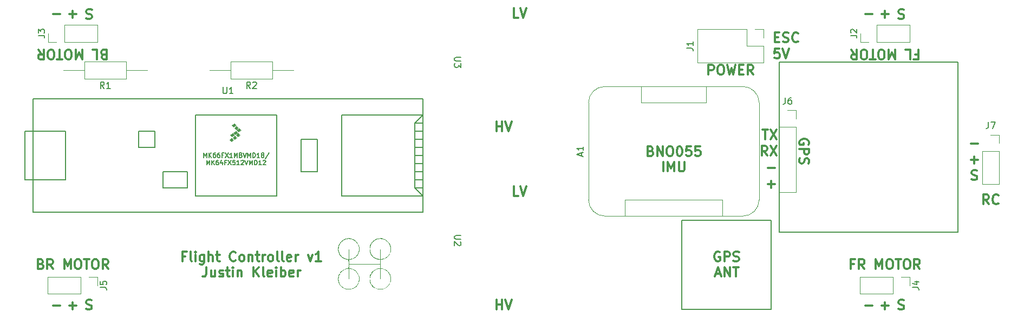
<source format=gbr>
%TF.GenerationSoftware,KiCad,Pcbnew,6.0.6-3a73a75311~116~ubuntu20.04.1*%
%TF.CreationDate,2022-07-09T15:41:22-04:00*%
%TF.ProjectId,flight_controller,666c6967-6874-45f6-936f-6e74726f6c6c,rev?*%
%TF.SameCoordinates,Original*%
%TF.FileFunction,Legend,Top*%
%TF.FilePolarity,Positive*%
%FSLAX46Y46*%
G04 Gerber Fmt 4.6, Leading zero omitted, Abs format (unit mm)*
G04 Created by KiCad (PCBNEW 6.0.6-3a73a75311~116~ubuntu20.04.1) date 2022-07-09 15:41:22*
%MOMM*%
%LPD*%
G01*
G04 APERTURE LIST*
%ADD10C,0.300000*%
%ADD11C,0.150000*%
%ADD12C,0.120000*%
%ADD13C,0.100000*%
G04 APERTURE END LIST*
D10*
X207843571Y-122502500D02*
X207700714Y-122431071D01*
X207486428Y-122431071D01*
X207272142Y-122502500D01*
X207129285Y-122645357D01*
X207057857Y-122788214D01*
X206986428Y-123073928D01*
X206986428Y-123288214D01*
X207057857Y-123573928D01*
X207129285Y-123716785D01*
X207272142Y-123859642D01*
X207486428Y-123931071D01*
X207629285Y-123931071D01*
X207843571Y-123859642D01*
X207915000Y-123788214D01*
X207915000Y-123288214D01*
X207629285Y-123288214D01*
X208557857Y-123931071D02*
X208557857Y-122431071D01*
X209129285Y-122431071D01*
X209272142Y-122502500D01*
X209343571Y-122573928D01*
X209415000Y-122716785D01*
X209415000Y-122931071D01*
X209343571Y-123073928D01*
X209272142Y-123145357D01*
X209129285Y-123216785D01*
X208557857Y-123216785D01*
X209986428Y-123859642D02*
X210200714Y-123931071D01*
X210557857Y-123931071D01*
X210700714Y-123859642D01*
X210772142Y-123788214D01*
X210843571Y-123645357D01*
X210843571Y-123502500D01*
X210772142Y-123359642D01*
X210700714Y-123288214D01*
X210557857Y-123216785D01*
X210272142Y-123145357D01*
X210129285Y-123073928D01*
X210057857Y-123002500D01*
X209986428Y-122859642D01*
X209986428Y-122716785D01*
X210057857Y-122573928D01*
X210129285Y-122502500D01*
X210272142Y-122431071D01*
X210629285Y-122431071D01*
X210843571Y-122502500D01*
X207200714Y-125917500D02*
X207915000Y-125917500D01*
X207057857Y-126346071D02*
X207557857Y-124846071D01*
X208057857Y-126346071D01*
X208557857Y-126346071D02*
X208557857Y-124846071D01*
X209415000Y-126346071D01*
X209415000Y-124846071D01*
X209915000Y-124846071D02*
X210772142Y-124846071D01*
X210343571Y-126346071D02*
X210343571Y-124846071D01*
D11*
X201930000Y-117475000D02*
X215900000Y-117475000D01*
X215900000Y-117475000D02*
X215900000Y-131445000D01*
X215900000Y-131445000D02*
X201930000Y-131445000D01*
X201930000Y-131445000D02*
X201930000Y-117475000D01*
X217170000Y-92710000D02*
X245110000Y-92710000D01*
X245110000Y-92710000D02*
X245110000Y-119380000D01*
X245110000Y-119380000D02*
X217170000Y-119380000D01*
X217170000Y-119380000D02*
X217170000Y-92710000D01*
D10*
X197052857Y-106635357D02*
X197267142Y-106706785D01*
X197338571Y-106778214D01*
X197410000Y-106921071D01*
X197410000Y-107135357D01*
X197338571Y-107278214D01*
X197267142Y-107349642D01*
X197124285Y-107421071D01*
X196552857Y-107421071D01*
X196552857Y-105921071D01*
X197052857Y-105921071D01*
X197195714Y-105992500D01*
X197267142Y-106063928D01*
X197338571Y-106206785D01*
X197338571Y-106349642D01*
X197267142Y-106492500D01*
X197195714Y-106563928D01*
X197052857Y-106635357D01*
X196552857Y-106635357D01*
X198052857Y-107421071D02*
X198052857Y-105921071D01*
X198910000Y-107421071D01*
X198910000Y-105921071D01*
X199910000Y-105921071D02*
X200195714Y-105921071D01*
X200338571Y-105992500D01*
X200481428Y-106135357D01*
X200552857Y-106421071D01*
X200552857Y-106921071D01*
X200481428Y-107206785D01*
X200338571Y-107349642D01*
X200195714Y-107421071D01*
X199910000Y-107421071D01*
X199767142Y-107349642D01*
X199624285Y-107206785D01*
X199552857Y-106921071D01*
X199552857Y-106421071D01*
X199624285Y-106135357D01*
X199767142Y-105992500D01*
X199910000Y-105921071D01*
X201481428Y-105921071D02*
X201624285Y-105921071D01*
X201767142Y-105992500D01*
X201838571Y-106063928D01*
X201910000Y-106206785D01*
X201981428Y-106492500D01*
X201981428Y-106849642D01*
X201910000Y-107135357D01*
X201838571Y-107278214D01*
X201767142Y-107349642D01*
X201624285Y-107421071D01*
X201481428Y-107421071D01*
X201338571Y-107349642D01*
X201267142Y-107278214D01*
X201195714Y-107135357D01*
X201124285Y-106849642D01*
X201124285Y-106492500D01*
X201195714Y-106206785D01*
X201267142Y-106063928D01*
X201338571Y-105992500D01*
X201481428Y-105921071D01*
X203338571Y-105921071D02*
X202624285Y-105921071D01*
X202552857Y-106635357D01*
X202624285Y-106563928D01*
X202767142Y-106492500D01*
X203124285Y-106492500D01*
X203267142Y-106563928D01*
X203338571Y-106635357D01*
X203410000Y-106778214D01*
X203410000Y-107135357D01*
X203338571Y-107278214D01*
X203267142Y-107349642D01*
X203124285Y-107421071D01*
X202767142Y-107421071D01*
X202624285Y-107349642D01*
X202552857Y-107278214D01*
X204767142Y-105921071D02*
X204052857Y-105921071D01*
X203981428Y-106635357D01*
X204052857Y-106563928D01*
X204195714Y-106492500D01*
X204552857Y-106492500D01*
X204695714Y-106563928D01*
X204767142Y-106635357D01*
X204838571Y-106778214D01*
X204838571Y-107135357D01*
X204767142Y-107278214D01*
X204695714Y-107349642D01*
X204552857Y-107421071D01*
X204195714Y-107421071D01*
X204052857Y-107349642D01*
X203981428Y-107278214D01*
X199017142Y-109836071D02*
X199017142Y-108336071D01*
X199731428Y-109836071D02*
X199731428Y-108336071D01*
X200231428Y-109407500D01*
X200731428Y-108336071D01*
X200731428Y-109836071D01*
X201445714Y-108336071D02*
X201445714Y-109550357D01*
X201517142Y-109693214D01*
X201588571Y-109764642D01*
X201731428Y-109836071D01*
X202017142Y-109836071D01*
X202160000Y-109764642D01*
X202231428Y-109693214D01*
X202302857Y-109550357D01*
X202302857Y-108336071D01*
X249904285Y-114978571D02*
X249404285Y-114264285D01*
X249047142Y-114978571D02*
X249047142Y-113478571D01*
X249618571Y-113478571D01*
X249761428Y-113550000D01*
X249832857Y-113621428D01*
X249904285Y-113764285D01*
X249904285Y-113978571D01*
X249832857Y-114121428D01*
X249761428Y-114192857D01*
X249618571Y-114264285D01*
X249047142Y-114264285D01*
X251404285Y-114835714D02*
X251332857Y-114907142D01*
X251118571Y-114978571D01*
X250975714Y-114978571D01*
X250761428Y-114907142D01*
X250618571Y-114764285D01*
X250547142Y-114621428D01*
X250475714Y-114335714D01*
X250475714Y-114121428D01*
X250547142Y-113835714D01*
X250618571Y-113692857D01*
X250761428Y-113550000D01*
X250975714Y-113478571D01*
X251118571Y-113478571D01*
X251332857Y-113550000D01*
X251404285Y-113621428D01*
X221730000Y-105608571D02*
X221801428Y-105465714D01*
X221801428Y-105251428D01*
X221730000Y-105037142D01*
X221587142Y-104894285D01*
X221444285Y-104822857D01*
X221158571Y-104751428D01*
X220944285Y-104751428D01*
X220658571Y-104822857D01*
X220515714Y-104894285D01*
X220372857Y-105037142D01*
X220301428Y-105251428D01*
X220301428Y-105394285D01*
X220372857Y-105608571D01*
X220444285Y-105680000D01*
X220944285Y-105680000D01*
X220944285Y-105394285D01*
X220301428Y-106322857D02*
X221801428Y-106322857D01*
X221801428Y-106894285D01*
X221730000Y-107037142D01*
X221658571Y-107108571D01*
X221515714Y-107180000D01*
X221301428Y-107180000D01*
X221158571Y-107108571D01*
X221087142Y-107037142D01*
X221015714Y-106894285D01*
X221015714Y-106322857D01*
X220372857Y-107751428D02*
X220301428Y-107965714D01*
X220301428Y-108322857D01*
X220372857Y-108465714D01*
X220444285Y-108537142D01*
X220587142Y-108608571D01*
X220730000Y-108608571D01*
X220872857Y-108537142D01*
X220944285Y-108465714D01*
X221015714Y-108322857D01*
X221087142Y-108037142D01*
X221158571Y-107894285D01*
X221230000Y-107822857D01*
X221372857Y-107751428D01*
X221515714Y-107751428D01*
X221658571Y-107822857D01*
X221730000Y-107894285D01*
X221801428Y-108037142D01*
X221801428Y-108394285D01*
X221730000Y-108608571D01*
X124298571Y-123145357D02*
X123798571Y-123145357D01*
X123798571Y-123931071D02*
X123798571Y-122431071D01*
X124512857Y-122431071D01*
X125298571Y-123931071D02*
X125155714Y-123859642D01*
X125084285Y-123716785D01*
X125084285Y-122431071D01*
X125870000Y-123931071D02*
X125870000Y-122931071D01*
X125870000Y-122431071D02*
X125798571Y-122502500D01*
X125870000Y-122573928D01*
X125941428Y-122502500D01*
X125870000Y-122431071D01*
X125870000Y-122573928D01*
X127227142Y-122931071D02*
X127227142Y-124145357D01*
X127155714Y-124288214D01*
X127084285Y-124359642D01*
X126941428Y-124431071D01*
X126727142Y-124431071D01*
X126584285Y-124359642D01*
X127227142Y-123859642D02*
X127084285Y-123931071D01*
X126798571Y-123931071D01*
X126655714Y-123859642D01*
X126584285Y-123788214D01*
X126512857Y-123645357D01*
X126512857Y-123216785D01*
X126584285Y-123073928D01*
X126655714Y-123002500D01*
X126798571Y-122931071D01*
X127084285Y-122931071D01*
X127227142Y-123002500D01*
X127941428Y-123931071D02*
X127941428Y-122431071D01*
X128584285Y-123931071D02*
X128584285Y-123145357D01*
X128512857Y-123002500D01*
X128370000Y-122931071D01*
X128155714Y-122931071D01*
X128012857Y-123002500D01*
X127941428Y-123073928D01*
X129084285Y-122931071D02*
X129655714Y-122931071D01*
X129298571Y-122431071D02*
X129298571Y-123716785D01*
X129370000Y-123859642D01*
X129512857Y-123931071D01*
X129655714Y-123931071D01*
X132155714Y-123788214D02*
X132084285Y-123859642D01*
X131870000Y-123931071D01*
X131727142Y-123931071D01*
X131512857Y-123859642D01*
X131370000Y-123716785D01*
X131298571Y-123573928D01*
X131227142Y-123288214D01*
X131227142Y-123073928D01*
X131298571Y-122788214D01*
X131370000Y-122645357D01*
X131512857Y-122502500D01*
X131727142Y-122431071D01*
X131870000Y-122431071D01*
X132084285Y-122502500D01*
X132155714Y-122573928D01*
X133012857Y-123931071D02*
X132870000Y-123859642D01*
X132798571Y-123788214D01*
X132727142Y-123645357D01*
X132727142Y-123216785D01*
X132798571Y-123073928D01*
X132870000Y-123002500D01*
X133012857Y-122931071D01*
X133227142Y-122931071D01*
X133370000Y-123002500D01*
X133441428Y-123073928D01*
X133512857Y-123216785D01*
X133512857Y-123645357D01*
X133441428Y-123788214D01*
X133370000Y-123859642D01*
X133227142Y-123931071D01*
X133012857Y-123931071D01*
X134155714Y-122931071D02*
X134155714Y-123931071D01*
X134155714Y-123073928D02*
X134227142Y-123002500D01*
X134370000Y-122931071D01*
X134584285Y-122931071D01*
X134727142Y-123002500D01*
X134798571Y-123145357D01*
X134798571Y-123931071D01*
X135298571Y-122931071D02*
X135870000Y-122931071D01*
X135512857Y-122431071D02*
X135512857Y-123716785D01*
X135584285Y-123859642D01*
X135727142Y-123931071D01*
X135870000Y-123931071D01*
X136370000Y-123931071D02*
X136370000Y-122931071D01*
X136370000Y-123216785D02*
X136441428Y-123073928D01*
X136512857Y-123002500D01*
X136655714Y-122931071D01*
X136798571Y-122931071D01*
X137512857Y-123931071D02*
X137370000Y-123859642D01*
X137298571Y-123788214D01*
X137227142Y-123645357D01*
X137227142Y-123216785D01*
X137298571Y-123073928D01*
X137370000Y-123002500D01*
X137512857Y-122931071D01*
X137727142Y-122931071D01*
X137870000Y-123002500D01*
X137941428Y-123073928D01*
X138012857Y-123216785D01*
X138012857Y-123645357D01*
X137941428Y-123788214D01*
X137870000Y-123859642D01*
X137727142Y-123931071D01*
X137512857Y-123931071D01*
X138870000Y-123931071D02*
X138727142Y-123859642D01*
X138655714Y-123716785D01*
X138655714Y-122431071D01*
X139655714Y-123931071D02*
X139512857Y-123859642D01*
X139441428Y-123716785D01*
X139441428Y-122431071D01*
X140798571Y-123859642D02*
X140655714Y-123931071D01*
X140370000Y-123931071D01*
X140227142Y-123859642D01*
X140155714Y-123716785D01*
X140155714Y-123145357D01*
X140227142Y-123002500D01*
X140370000Y-122931071D01*
X140655714Y-122931071D01*
X140798571Y-123002500D01*
X140870000Y-123145357D01*
X140870000Y-123288214D01*
X140155714Y-123431071D01*
X141512857Y-123931071D02*
X141512857Y-122931071D01*
X141512857Y-123216785D02*
X141584285Y-123073928D01*
X141655714Y-123002500D01*
X141798571Y-122931071D01*
X141941428Y-122931071D01*
X143441428Y-122931071D02*
X143798571Y-123931071D01*
X144155714Y-122931071D01*
X145512857Y-123931071D02*
X144655714Y-123931071D01*
X145084285Y-123931071D02*
X145084285Y-122431071D01*
X144941428Y-122645357D01*
X144798571Y-122788214D01*
X144655714Y-122859642D01*
X127584285Y-124846071D02*
X127584285Y-125917500D01*
X127512857Y-126131785D01*
X127370000Y-126274642D01*
X127155714Y-126346071D01*
X127012857Y-126346071D01*
X128941428Y-125346071D02*
X128941428Y-126346071D01*
X128298571Y-125346071D02*
X128298571Y-126131785D01*
X128370000Y-126274642D01*
X128512857Y-126346071D01*
X128727142Y-126346071D01*
X128870000Y-126274642D01*
X128941428Y-126203214D01*
X129584285Y-126274642D02*
X129727142Y-126346071D01*
X130012857Y-126346071D01*
X130155714Y-126274642D01*
X130227142Y-126131785D01*
X130227142Y-126060357D01*
X130155714Y-125917500D01*
X130012857Y-125846071D01*
X129798571Y-125846071D01*
X129655714Y-125774642D01*
X129584285Y-125631785D01*
X129584285Y-125560357D01*
X129655714Y-125417500D01*
X129798571Y-125346071D01*
X130012857Y-125346071D01*
X130155714Y-125417500D01*
X130655714Y-125346071D02*
X131227142Y-125346071D01*
X130870000Y-124846071D02*
X130870000Y-126131785D01*
X130941428Y-126274642D01*
X131084285Y-126346071D01*
X131227142Y-126346071D01*
X131727142Y-126346071D02*
X131727142Y-125346071D01*
X131727142Y-124846071D02*
X131655714Y-124917500D01*
X131727142Y-124988928D01*
X131798571Y-124917500D01*
X131727142Y-124846071D01*
X131727142Y-124988928D01*
X132441428Y-125346071D02*
X132441428Y-126346071D01*
X132441428Y-125488928D02*
X132512857Y-125417500D01*
X132655714Y-125346071D01*
X132870000Y-125346071D01*
X133012857Y-125417500D01*
X133084285Y-125560357D01*
X133084285Y-126346071D01*
X134941428Y-126346071D02*
X134941428Y-124846071D01*
X135798571Y-126346071D02*
X135155714Y-125488928D01*
X135798571Y-124846071D02*
X134941428Y-125703214D01*
X136655714Y-126346071D02*
X136512857Y-126274642D01*
X136441428Y-126131785D01*
X136441428Y-124846071D01*
X137798571Y-126274642D02*
X137655714Y-126346071D01*
X137370000Y-126346071D01*
X137227142Y-126274642D01*
X137155714Y-126131785D01*
X137155714Y-125560357D01*
X137227142Y-125417500D01*
X137370000Y-125346071D01*
X137655714Y-125346071D01*
X137798571Y-125417500D01*
X137870000Y-125560357D01*
X137870000Y-125703214D01*
X137155714Y-125846071D01*
X138512857Y-126346071D02*
X138512857Y-125346071D01*
X138512857Y-124846071D02*
X138441428Y-124917500D01*
X138512857Y-124988928D01*
X138584285Y-124917500D01*
X138512857Y-124846071D01*
X138512857Y-124988928D01*
X139227142Y-126346071D02*
X139227142Y-124846071D01*
X139227142Y-125417500D02*
X139370000Y-125346071D01*
X139655714Y-125346071D01*
X139798571Y-125417500D01*
X139870000Y-125488928D01*
X139941428Y-125631785D01*
X139941428Y-126060357D01*
X139870000Y-126203214D01*
X139798571Y-126274642D01*
X139655714Y-126346071D01*
X139370000Y-126346071D01*
X139227142Y-126274642D01*
X141155714Y-126274642D02*
X141012857Y-126346071D01*
X140727142Y-126346071D01*
X140584285Y-126274642D01*
X140512857Y-126131785D01*
X140512857Y-125560357D01*
X140584285Y-125417500D01*
X140727142Y-125346071D01*
X141012857Y-125346071D01*
X141155714Y-125417500D01*
X141227142Y-125560357D01*
X141227142Y-125703214D01*
X140512857Y-125846071D01*
X141870000Y-126346071D02*
X141870000Y-125346071D01*
X141870000Y-125631785D02*
X141941428Y-125488928D01*
X142012857Y-125417500D01*
X142155714Y-125346071D01*
X142298571Y-125346071D01*
X176351428Y-85768571D02*
X175637142Y-85768571D01*
X175637142Y-84268571D01*
X176637142Y-84268571D02*
X177137142Y-85768571D01*
X177637142Y-84268571D01*
X172918571Y-103548571D02*
X172918571Y-102048571D01*
X172918571Y-102762857D02*
X173775714Y-102762857D01*
X173775714Y-103548571D02*
X173775714Y-102048571D01*
X174275714Y-102048571D02*
X174775714Y-103548571D01*
X175275714Y-102048571D01*
X176351428Y-113708571D02*
X175637142Y-113708571D01*
X175637142Y-112208571D01*
X176637142Y-112208571D02*
X177137142Y-113708571D01*
X177637142Y-112208571D01*
X172918571Y-131488571D02*
X172918571Y-129988571D01*
X172918571Y-130702857D02*
X173775714Y-130702857D01*
X173775714Y-131488571D02*
X173775714Y-129988571D01*
X174275714Y-129988571D02*
X174775714Y-131488571D01*
X175275714Y-129988571D01*
X216452142Y-88792857D02*
X216952142Y-88792857D01*
X217166428Y-89578571D02*
X216452142Y-89578571D01*
X216452142Y-88078571D01*
X217166428Y-88078571D01*
X217737857Y-89507142D02*
X217952142Y-89578571D01*
X218309285Y-89578571D01*
X218452142Y-89507142D01*
X218523571Y-89435714D01*
X218595000Y-89292857D01*
X218595000Y-89150000D01*
X218523571Y-89007142D01*
X218452142Y-88935714D01*
X218309285Y-88864285D01*
X218023571Y-88792857D01*
X217880714Y-88721428D01*
X217809285Y-88650000D01*
X217737857Y-88507142D01*
X217737857Y-88364285D01*
X217809285Y-88221428D01*
X217880714Y-88150000D01*
X218023571Y-88078571D01*
X218380714Y-88078571D01*
X218595000Y-88150000D01*
X220095000Y-89435714D02*
X220023571Y-89507142D01*
X219809285Y-89578571D01*
X219666428Y-89578571D01*
X219452142Y-89507142D01*
X219309285Y-89364285D01*
X219237857Y-89221428D01*
X219166428Y-88935714D01*
X219166428Y-88721428D01*
X219237857Y-88435714D01*
X219309285Y-88292857D01*
X219452142Y-88150000D01*
X219666428Y-88078571D01*
X219809285Y-88078571D01*
X220023571Y-88150000D01*
X220095000Y-88221428D01*
X217166428Y-90618571D02*
X216452142Y-90618571D01*
X216380714Y-91332857D01*
X216452142Y-91261428D01*
X216595000Y-91190000D01*
X216952142Y-91190000D01*
X217095000Y-91261428D01*
X217166428Y-91332857D01*
X217237857Y-91475714D01*
X217237857Y-91832857D01*
X217166428Y-91975714D01*
X217095000Y-92047142D01*
X216952142Y-92118571D01*
X216595000Y-92118571D01*
X216452142Y-92047142D01*
X216380714Y-91975714D01*
X217666428Y-90618571D02*
X218166428Y-92118571D01*
X218666428Y-90618571D01*
X206085714Y-94658571D02*
X206085714Y-93158571D01*
X206657142Y-93158571D01*
X206800000Y-93230000D01*
X206871428Y-93301428D01*
X206942857Y-93444285D01*
X206942857Y-93658571D01*
X206871428Y-93801428D01*
X206800000Y-93872857D01*
X206657142Y-93944285D01*
X206085714Y-93944285D01*
X207871428Y-93158571D02*
X208157142Y-93158571D01*
X208300000Y-93230000D01*
X208442857Y-93372857D01*
X208514285Y-93658571D01*
X208514285Y-94158571D01*
X208442857Y-94444285D01*
X208300000Y-94587142D01*
X208157142Y-94658571D01*
X207871428Y-94658571D01*
X207728571Y-94587142D01*
X207585714Y-94444285D01*
X207514285Y-94158571D01*
X207514285Y-93658571D01*
X207585714Y-93372857D01*
X207728571Y-93230000D01*
X207871428Y-93158571D01*
X209014285Y-93158571D02*
X209371428Y-94658571D01*
X209657142Y-93587142D01*
X209942857Y-94658571D01*
X210300000Y-93158571D01*
X210871428Y-93872857D02*
X211371428Y-93872857D01*
X211585714Y-94658571D02*
X210871428Y-94658571D01*
X210871428Y-93158571D01*
X211585714Y-93158571D01*
X213085714Y-94658571D02*
X212585714Y-93944285D01*
X212228571Y-94658571D02*
X212228571Y-93158571D01*
X212800000Y-93158571D01*
X212942857Y-93230000D01*
X213014285Y-93301428D01*
X213085714Y-93444285D01*
X213085714Y-93658571D01*
X213014285Y-93801428D01*
X212942857Y-93872857D01*
X212800000Y-93944285D01*
X212228571Y-93944285D01*
X111501428Y-91547142D02*
X111287142Y-91475714D01*
X111215714Y-91404285D01*
X111144285Y-91261428D01*
X111144285Y-91047142D01*
X111215714Y-90904285D01*
X111287142Y-90832857D01*
X111430000Y-90761428D01*
X112001428Y-90761428D01*
X112001428Y-92261428D01*
X111501428Y-92261428D01*
X111358571Y-92190000D01*
X111287142Y-92118571D01*
X111215714Y-91975714D01*
X111215714Y-91832857D01*
X111287142Y-91690000D01*
X111358571Y-91618571D01*
X111501428Y-91547142D01*
X112001428Y-91547142D01*
X109787142Y-90761428D02*
X110501428Y-90761428D01*
X110501428Y-92261428D01*
X108144285Y-90761428D02*
X108144285Y-92261428D01*
X107644285Y-91190000D01*
X107144285Y-92261428D01*
X107144285Y-90761428D01*
X106144285Y-92261428D02*
X105858571Y-92261428D01*
X105715714Y-92190000D01*
X105572857Y-92047142D01*
X105501428Y-91761428D01*
X105501428Y-91261428D01*
X105572857Y-90975714D01*
X105715714Y-90832857D01*
X105858571Y-90761428D01*
X106144285Y-90761428D01*
X106287142Y-90832857D01*
X106430000Y-90975714D01*
X106501428Y-91261428D01*
X106501428Y-91761428D01*
X106430000Y-92047142D01*
X106287142Y-92190000D01*
X106144285Y-92261428D01*
X105072857Y-92261428D02*
X104215714Y-92261428D01*
X104644285Y-90761428D02*
X104644285Y-92261428D01*
X103430000Y-92261428D02*
X103144285Y-92261428D01*
X103001428Y-92190000D01*
X102858571Y-92047142D01*
X102787142Y-91761428D01*
X102787142Y-91261428D01*
X102858571Y-90975714D01*
X103001428Y-90832857D01*
X103144285Y-90761428D01*
X103430000Y-90761428D01*
X103572857Y-90832857D01*
X103715714Y-90975714D01*
X103787142Y-91261428D01*
X103787142Y-91761428D01*
X103715714Y-92047142D01*
X103572857Y-92190000D01*
X103430000Y-92261428D01*
X101287142Y-90761428D02*
X101787142Y-91475714D01*
X102144285Y-90761428D02*
X102144285Y-92261428D01*
X101572857Y-92261428D01*
X101430000Y-92190000D01*
X101358571Y-92118571D01*
X101287142Y-91975714D01*
X101287142Y-91761428D01*
X101358571Y-91618571D01*
X101430000Y-91547142D01*
X101572857Y-91475714D01*
X102144285Y-91475714D01*
X101715714Y-124352857D02*
X101930000Y-124424285D01*
X102001428Y-124495714D01*
X102072857Y-124638571D01*
X102072857Y-124852857D01*
X102001428Y-124995714D01*
X101930000Y-125067142D01*
X101787142Y-125138571D01*
X101215714Y-125138571D01*
X101215714Y-123638571D01*
X101715714Y-123638571D01*
X101858571Y-123710000D01*
X101930000Y-123781428D01*
X102001428Y-123924285D01*
X102001428Y-124067142D01*
X101930000Y-124210000D01*
X101858571Y-124281428D01*
X101715714Y-124352857D01*
X101215714Y-124352857D01*
X103572857Y-125138571D02*
X103072857Y-124424285D01*
X102715714Y-125138571D02*
X102715714Y-123638571D01*
X103287142Y-123638571D01*
X103430000Y-123710000D01*
X103501428Y-123781428D01*
X103572857Y-123924285D01*
X103572857Y-124138571D01*
X103501428Y-124281428D01*
X103430000Y-124352857D01*
X103287142Y-124424285D01*
X102715714Y-124424285D01*
X105358571Y-125138571D02*
X105358571Y-123638571D01*
X105858571Y-124710000D01*
X106358571Y-123638571D01*
X106358571Y-125138571D01*
X107358571Y-123638571D02*
X107644285Y-123638571D01*
X107787142Y-123710000D01*
X107930000Y-123852857D01*
X108001428Y-124138571D01*
X108001428Y-124638571D01*
X107930000Y-124924285D01*
X107787142Y-125067142D01*
X107644285Y-125138571D01*
X107358571Y-125138571D01*
X107215714Y-125067142D01*
X107072857Y-124924285D01*
X107001428Y-124638571D01*
X107001428Y-124138571D01*
X107072857Y-123852857D01*
X107215714Y-123710000D01*
X107358571Y-123638571D01*
X108430000Y-123638571D02*
X109287142Y-123638571D01*
X108858571Y-125138571D02*
X108858571Y-123638571D01*
X110072857Y-123638571D02*
X110358571Y-123638571D01*
X110501428Y-123710000D01*
X110644285Y-123852857D01*
X110715714Y-124138571D01*
X110715714Y-124638571D01*
X110644285Y-124924285D01*
X110501428Y-125067142D01*
X110358571Y-125138571D01*
X110072857Y-125138571D01*
X109930000Y-125067142D01*
X109787142Y-124924285D01*
X109715714Y-124638571D01*
X109715714Y-124138571D01*
X109787142Y-123852857D01*
X109930000Y-123710000D01*
X110072857Y-123638571D01*
X112215714Y-125138571D02*
X111715714Y-124424285D01*
X111358571Y-125138571D02*
X111358571Y-123638571D01*
X111930000Y-123638571D01*
X112072857Y-123710000D01*
X112144285Y-123781428D01*
X112215714Y-123924285D01*
X112215714Y-124138571D01*
X112144285Y-124281428D01*
X112072857Y-124352857D01*
X111930000Y-124424285D01*
X111358571Y-124424285D01*
X228822857Y-124352857D02*
X228322857Y-124352857D01*
X228322857Y-125138571D02*
X228322857Y-123638571D01*
X229037142Y-123638571D01*
X230465714Y-125138571D02*
X229965714Y-124424285D01*
X229608571Y-125138571D02*
X229608571Y-123638571D01*
X230180000Y-123638571D01*
X230322857Y-123710000D01*
X230394285Y-123781428D01*
X230465714Y-123924285D01*
X230465714Y-124138571D01*
X230394285Y-124281428D01*
X230322857Y-124352857D01*
X230180000Y-124424285D01*
X229608571Y-124424285D01*
X232251428Y-125138571D02*
X232251428Y-123638571D01*
X232751428Y-124710000D01*
X233251428Y-123638571D01*
X233251428Y-125138571D01*
X234251428Y-123638571D02*
X234537142Y-123638571D01*
X234680000Y-123710000D01*
X234822857Y-123852857D01*
X234894285Y-124138571D01*
X234894285Y-124638571D01*
X234822857Y-124924285D01*
X234680000Y-125067142D01*
X234537142Y-125138571D01*
X234251428Y-125138571D01*
X234108571Y-125067142D01*
X233965714Y-124924285D01*
X233894285Y-124638571D01*
X233894285Y-124138571D01*
X233965714Y-123852857D01*
X234108571Y-123710000D01*
X234251428Y-123638571D01*
X235322857Y-123638571D02*
X236180000Y-123638571D01*
X235751428Y-125138571D02*
X235751428Y-123638571D01*
X236965714Y-123638571D02*
X237251428Y-123638571D01*
X237394285Y-123710000D01*
X237537142Y-123852857D01*
X237608571Y-124138571D01*
X237608571Y-124638571D01*
X237537142Y-124924285D01*
X237394285Y-125067142D01*
X237251428Y-125138571D01*
X236965714Y-125138571D01*
X236822857Y-125067142D01*
X236680000Y-124924285D01*
X236608571Y-124638571D01*
X236608571Y-124138571D01*
X236680000Y-123852857D01*
X236822857Y-123710000D01*
X236965714Y-123638571D01*
X239108571Y-125138571D02*
X238608571Y-124424285D01*
X238251428Y-125138571D02*
X238251428Y-123638571D01*
X238822857Y-123638571D01*
X238965714Y-123710000D01*
X239037142Y-123781428D01*
X239108571Y-123924285D01*
X239108571Y-124138571D01*
X239037142Y-124281428D01*
X238965714Y-124352857D01*
X238822857Y-124424285D01*
X238251428Y-124424285D01*
X238394285Y-91547142D02*
X238894285Y-91547142D01*
X238894285Y-90761428D02*
X238894285Y-92261428D01*
X238180000Y-92261428D01*
X236894285Y-90761428D02*
X237608571Y-90761428D01*
X237608571Y-92261428D01*
X235251428Y-90761428D02*
X235251428Y-92261428D01*
X234751428Y-91190000D01*
X234251428Y-92261428D01*
X234251428Y-90761428D01*
X233251428Y-92261428D02*
X232965714Y-92261428D01*
X232822857Y-92190000D01*
X232680000Y-92047142D01*
X232608571Y-91761428D01*
X232608571Y-91261428D01*
X232680000Y-90975714D01*
X232822857Y-90832857D01*
X232965714Y-90761428D01*
X233251428Y-90761428D01*
X233394285Y-90832857D01*
X233537142Y-90975714D01*
X233608571Y-91261428D01*
X233608571Y-91761428D01*
X233537142Y-92047142D01*
X233394285Y-92190000D01*
X233251428Y-92261428D01*
X232180000Y-92261428D02*
X231322857Y-92261428D01*
X231751428Y-90761428D02*
X231751428Y-92261428D01*
X230537142Y-92261428D02*
X230251428Y-92261428D01*
X230108571Y-92190000D01*
X229965714Y-92047142D01*
X229894285Y-91761428D01*
X229894285Y-91261428D01*
X229965714Y-90975714D01*
X230108571Y-90832857D01*
X230251428Y-90761428D01*
X230537142Y-90761428D01*
X230680000Y-90832857D01*
X230822857Y-90975714D01*
X230894285Y-91261428D01*
X230894285Y-91761428D01*
X230822857Y-92047142D01*
X230680000Y-92190000D01*
X230537142Y-92261428D01*
X228394285Y-90761428D02*
X228894285Y-91475714D01*
X229251428Y-90761428D02*
X229251428Y-92261428D01*
X228680000Y-92261428D01*
X228537142Y-92190000D01*
X228465714Y-92118571D01*
X228394285Y-91975714D01*
X228394285Y-91761428D01*
X228465714Y-91618571D01*
X228537142Y-91547142D01*
X228680000Y-91475714D01*
X229251428Y-91475714D01*
X247221428Y-111097142D02*
X247435714Y-111168571D01*
X247792857Y-111168571D01*
X247935714Y-111097142D01*
X248007142Y-111025714D01*
X248078571Y-110882857D01*
X248078571Y-110740000D01*
X248007142Y-110597142D01*
X247935714Y-110525714D01*
X247792857Y-110454285D01*
X247507142Y-110382857D01*
X247364285Y-110311428D01*
X247292857Y-110240000D01*
X247221428Y-110097142D01*
X247221428Y-109954285D01*
X247292857Y-109811428D01*
X247364285Y-109740000D01*
X247507142Y-109668571D01*
X247864285Y-109668571D01*
X248078571Y-109740000D01*
X247078571Y-105517142D02*
X248221428Y-105517142D01*
X247078571Y-108057142D02*
X248221428Y-108057142D01*
X247650000Y-108628571D02*
X247650000Y-107485714D01*
X214546428Y-103318571D02*
X215403571Y-103318571D01*
X214975000Y-104818571D02*
X214975000Y-103318571D01*
X215760714Y-103318571D02*
X216760714Y-104818571D01*
X216760714Y-103318571D02*
X215760714Y-104818571D01*
X215260714Y-107358571D02*
X214760714Y-106644285D01*
X214403571Y-107358571D02*
X214403571Y-105858571D01*
X214975000Y-105858571D01*
X215117857Y-105930000D01*
X215189285Y-106001428D01*
X215260714Y-106144285D01*
X215260714Y-106358571D01*
X215189285Y-106501428D01*
X215117857Y-106572857D01*
X214975000Y-106644285D01*
X214403571Y-106644285D01*
X215760714Y-105858571D02*
X216760714Y-107358571D01*
X216760714Y-105858571D02*
X215760714Y-107358571D01*
X215328571Y-109327142D02*
X216471428Y-109327142D01*
X215328571Y-111867142D02*
X216471428Y-111867142D01*
X215900000Y-112438571D02*
X215900000Y-111295714D01*
X233108571Y-85197142D02*
X234251428Y-85197142D01*
X233680000Y-85768571D02*
X233680000Y-84625714D01*
X236648571Y-84482857D02*
X236434285Y-84411428D01*
X236077142Y-84411428D01*
X235934285Y-84482857D01*
X235862857Y-84554285D01*
X235791428Y-84697142D01*
X235791428Y-84840000D01*
X235862857Y-84982857D01*
X235934285Y-85054285D01*
X236077142Y-85125714D01*
X236362857Y-85197142D01*
X236505714Y-85268571D01*
X236577142Y-85340000D01*
X236648571Y-85482857D01*
X236648571Y-85625714D01*
X236577142Y-85768571D01*
X236505714Y-85840000D01*
X236362857Y-85911428D01*
X236005714Y-85911428D01*
X235791428Y-85840000D01*
X230568571Y-85197142D02*
X231711428Y-85197142D01*
X233108571Y-130917142D02*
X234251428Y-130917142D01*
X233680000Y-131488571D02*
X233680000Y-130345714D01*
X235791428Y-131417142D02*
X236005714Y-131488571D01*
X236362857Y-131488571D01*
X236505714Y-131417142D01*
X236577142Y-131345714D01*
X236648571Y-131202857D01*
X236648571Y-131060000D01*
X236577142Y-130917142D01*
X236505714Y-130845714D01*
X236362857Y-130774285D01*
X236077142Y-130702857D01*
X235934285Y-130631428D01*
X235862857Y-130560000D01*
X235791428Y-130417142D01*
X235791428Y-130274285D01*
X235862857Y-130131428D01*
X235934285Y-130060000D01*
X236077142Y-129988571D01*
X236434285Y-129988571D01*
X236648571Y-130060000D01*
X230568571Y-130917142D02*
X231711428Y-130917142D01*
X106123571Y-85197142D02*
X107266428Y-85197142D01*
X106695000Y-85768571D02*
X106695000Y-84625714D01*
X109663571Y-84482857D02*
X109449285Y-84411428D01*
X109092142Y-84411428D01*
X108949285Y-84482857D01*
X108877857Y-84554285D01*
X108806428Y-84697142D01*
X108806428Y-84840000D01*
X108877857Y-84982857D01*
X108949285Y-85054285D01*
X109092142Y-85125714D01*
X109377857Y-85197142D01*
X109520714Y-85268571D01*
X109592142Y-85340000D01*
X109663571Y-85482857D01*
X109663571Y-85625714D01*
X109592142Y-85768571D01*
X109520714Y-85840000D01*
X109377857Y-85911428D01*
X109020714Y-85911428D01*
X108806428Y-85840000D01*
X103583571Y-85197142D02*
X104726428Y-85197142D01*
X103568571Y-130917142D02*
X104711428Y-130917142D01*
X108791428Y-131417142D02*
X109005714Y-131488571D01*
X109362857Y-131488571D01*
X109505714Y-131417142D01*
X109577142Y-131345714D01*
X109648571Y-131202857D01*
X109648571Y-131060000D01*
X109577142Y-130917142D01*
X109505714Y-130845714D01*
X109362857Y-130774285D01*
X109077142Y-130702857D01*
X108934285Y-130631428D01*
X108862857Y-130560000D01*
X108791428Y-130417142D01*
X108791428Y-130274285D01*
X108862857Y-130131428D01*
X108934285Y-130060000D01*
X109077142Y-129988571D01*
X109434285Y-129988571D01*
X109648571Y-130060000D01*
X106108571Y-130917142D02*
X107251428Y-130917142D01*
X106680000Y-131488571D02*
X106680000Y-130345714D01*
D11*
%TO.C,J7*%
X249856666Y-102107380D02*
X249856666Y-102821666D01*
X249809047Y-102964523D01*
X249713809Y-103059761D01*
X249570952Y-103107380D01*
X249475714Y-103107380D01*
X250237619Y-102107380D02*
X250904285Y-102107380D01*
X250475714Y-103107380D01*
%TO.C,J5*%
X110987380Y-128038333D02*
X111701666Y-128038333D01*
X111844523Y-128085952D01*
X111939761Y-128181190D01*
X111987380Y-128324047D01*
X111987380Y-128419285D01*
X110987380Y-127085952D02*
X110987380Y-127562142D01*
X111463571Y-127609761D01*
X111415952Y-127562142D01*
X111368333Y-127466904D01*
X111368333Y-127228809D01*
X111415952Y-127133571D01*
X111463571Y-127085952D01*
X111558809Y-127038333D01*
X111796904Y-127038333D01*
X111892142Y-127085952D01*
X111939761Y-127133571D01*
X111987380Y-127228809D01*
X111987380Y-127466904D01*
X111939761Y-127562142D01*
X111892142Y-127609761D01*
%TO.C,A1*%
X186221666Y-107394285D02*
X186221666Y-106918095D01*
X186507380Y-107489523D02*
X185507380Y-107156190D01*
X186507380Y-106822857D01*
X186507380Y-105965714D02*
X186507380Y-106537142D01*
X186507380Y-106251428D02*
X185507380Y-106251428D01*
X185650238Y-106346666D01*
X185745476Y-106441904D01*
X185793095Y-106537142D01*
%TO.C,U1*%
X130183095Y-96622380D02*
X130183095Y-97431904D01*
X130230714Y-97527142D01*
X130278333Y-97574761D01*
X130373571Y-97622380D01*
X130564047Y-97622380D01*
X130659285Y-97574761D01*
X130706904Y-97527142D01*
X130754523Y-97431904D01*
X130754523Y-96622380D01*
X131754523Y-97622380D02*
X131183095Y-97622380D01*
X131468809Y-97622380D02*
X131468809Y-96622380D01*
X131373571Y-96765238D01*
X131278333Y-96860476D01*
X131183095Y-96908095D01*
X127165000Y-107646666D02*
X127165000Y-106946666D01*
X127398333Y-107446666D01*
X127631666Y-106946666D01*
X127631666Y-107646666D01*
X127965000Y-107646666D02*
X127965000Y-106946666D01*
X128365000Y-107646666D02*
X128065000Y-107246666D01*
X128365000Y-106946666D02*
X127965000Y-107346666D01*
X128965000Y-106946666D02*
X128831666Y-106946666D01*
X128765000Y-106980000D01*
X128731666Y-107013333D01*
X128665000Y-107113333D01*
X128631666Y-107246666D01*
X128631666Y-107513333D01*
X128665000Y-107580000D01*
X128698333Y-107613333D01*
X128765000Y-107646666D01*
X128898333Y-107646666D01*
X128965000Y-107613333D01*
X128998333Y-107580000D01*
X129031666Y-107513333D01*
X129031666Y-107346666D01*
X128998333Y-107280000D01*
X128965000Y-107246666D01*
X128898333Y-107213333D01*
X128765000Y-107213333D01*
X128698333Y-107246666D01*
X128665000Y-107280000D01*
X128631666Y-107346666D01*
X129631666Y-106946666D02*
X129498333Y-106946666D01*
X129431666Y-106980000D01*
X129398333Y-107013333D01*
X129331666Y-107113333D01*
X129298333Y-107246666D01*
X129298333Y-107513333D01*
X129331666Y-107580000D01*
X129365000Y-107613333D01*
X129431666Y-107646666D01*
X129565000Y-107646666D01*
X129631666Y-107613333D01*
X129665000Y-107580000D01*
X129698333Y-107513333D01*
X129698333Y-107346666D01*
X129665000Y-107280000D01*
X129631666Y-107246666D01*
X129565000Y-107213333D01*
X129431666Y-107213333D01*
X129365000Y-107246666D01*
X129331666Y-107280000D01*
X129298333Y-107346666D01*
X130231666Y-107280000D02*
X129998333Y-107280000D01*
X129998333Y-107646666D02*
X129998333Y-106946666D01*
X130331666Y-106946666D01*
X130531666Y-106946666D02*
X130998333Y-107646666D01*
X130998333Y-106946666D02*
X130531666Y-107646666D01*
X131631666Y-107646666D02*
X131231666Y-107646666D01*
X131431666Y-107646666D02*
X131431666Y-106946666D01*
X131365000Y-107046666D01*
X131298333Y-107113333D01*
X131231666Y-107146666D01*
X131931666Y-107646666D02*
X131931666Y-106946666D01*
X132165000Y-107446666D01*
X132398333Y-106946666D01*
X132398333Y-107646666D01*
X132965000Y-107280000D02*
X133065000Y-107313333D01*
X133098333Y-107346666D01*
X133131666Y-107413333D01*
X133131666Y-107513333D01*
X133098333Y-107580000D01*
X133065000Y-107613333D01*
X132998333Y-107646666D01*
X132731666Y-107646666D01*
X132731666Y-106946666D01*
X132965000Y-106946666D01*
X133031666Y-106980000D01*
X133065000Y-107013333D01*
X133098333Y-107080000D01*
X133098333Y-107146666D01*
X133065000Y-107213333D01*
X133031666Y-107246666D01*
X132965000Y-107280000D01*
X132731666Y-107280000D01*
X133331666Y-106946666D02*
X133565000Y-107646666D01*
X133798333Y-106946666D01*
X134031666Y-107646666D02*
X134031666Y-106946666D01*
X134265000Y-107446666D01*
X134498333Y-106946666D01*
X134498333Y-107646666D01*
X134831666Y-107646666D02*
X134831666Y-106946666D01*
X134998333Y-106946666D01*
X135098333Y-106980000D01*
X135165000Y-107046666D01*
X135198333Y-107113333D01*
X135231666Y-107246666D01*
X135231666Y-107346666D01*
X135198333Y-107480000D01*
X135165000Y-107546666D01*
X135098333Y-107613333D01*
X134998333Y-107646666D01*
X134831666Y-107646666D01*
X135898333Y-107646666D02*
X135498333Y-107646666D01*
X135698333Y-107646666D02*
X135698333Y-106946666D01*
X135631666Y-107046666D01*
X135565000Y-107113333D01*
X135498333Y-107146666D01*
X136298333Y-107246666D02*
X136231666Y-107213333D01*
X136198333Y-107180000D01*
X136165000Y-107113333D01*
X136165000Y-107080000D01*
X136198333Y-107013333D01*
X136231666Y-106980000D01*
X136298333Y-106946666D01*
X136431666Y-106946666D01*
X136498333Y-106980000D01*
X136531666Y-107013333D01*
X136565000Y-107080000D01*
X136565000Y-107113333D01*
X136531666Y-107180000D01*
X136498333Y-107213333D01*
X136431666Y-107246666D01*
X136298333Y-107246666D01*
X136231666Y-107280000D01*
X136198333Y-107313333D01*
X136165000Y-107380000D01*
X136165000Y-107513333D01*
X136198333Y-107580000D01*
X136231666Y-107613333D01*
X136298333Y-107646666D01*
X136431666Y-107646666D01*
X136498333Y-107613333D01*
X136531666Y-107580000D01*
X136565000Y-107513333D01*
X136565000Y-107380000D01*
X136531666Y-107313333D01*
X136498333Y-107280000D01*
X136431666Y-107246666D01*
X137365000Y-106913333D02*
X136765000Y-107813333D01*
X127615000Y-108789666D02*
X127615000Y-108089666D01*
X127848333Y-108589666D01*
X128081666Y-108089666D01*
X128081666Y-108789666D01*
X128415000Y-108789666D02*
X128415000Y-108089666D01*
X128815000Y-108789666D02*
X128515000Y-108389666D01*
X128815000Y-108089666D02*
X128415000Y-108489666D01*
X129415000Y-108089666D02*
X129281666Y-108089666D01*
X129215000Y-108123000D01*
X129181666Y-108156333D01*
X129115000Y-108256333D01*
X129081666Y-108389666D01*
X129081666Y-108656333D01*
X129115000Y-108723000D01*
X129148333Y-108756333D01*
X129215000Y-108789666D01*
X129348333Y-108789666D01*
X129415000Y-108756333D01*
X129448333Y-108723000D01*
X129481666Y-108656333D01*
X129481666Y-108489666D01*
X129448333Y-108423000D01*
X129415000Y-108389666D01*
X129348333Y-108356333D01*
X129215000Y-108356333D01*
X129148333Y-108389666D01*
X129115000Y-108423000D01*
X129081666Y-108489666D01*
X130081666Y-108323000D02*
X130081666Y-108789666D01*
X129915000Y-108056333D02*
X129748333Y-108556333D01*
X130181666Y-108556333D01*
X130681666Y-108423000D02*
X130448333Y-108423000D01*
X130448333Y-108789666D02*
X130448333Y-108089666D01*
X130781666Y-108089666D01*
X130981666Y-108089666D02*
X131448333Y-108789666D01*
X131448333Y-108089666D02*
X130981666Y-108789666D01*
X132048333Y-108089666D02*
X131715000Y-108089666D01*
X131681666Y-108423000D01*
X131715000Y-108389666D01*
X131781666Y-108356333D01*
X131948333Y-108356333D01*
X132015000Y-108389666D01*
X132048333Y-108423000D01*
X132081666Y-108489666D01*
X132081666Y-108656333D01*
X132048333Y-108723000D01*
X132015000Y-108756333D01*
X131948333Y-108789666D01*
X131781666Y-108789666D01*
X131715000Y-108756333D01*
X131681666Y-108723000D01*
X132748333Y-108789666D02*
X132348333Y-108789666D01*
X132548333Y-108789666D02*
X132548333Y-108089666D01*
X132481666Y-108189666D01*
X132415000Y-108256333D01*
X132348333Y-108289666D01*
X133015000Y-108156333D02*
X133048333Y-108123000D01*
X133115000Y-108089666D01*
X133281666Y-108089666D01*
X133348333Y-108123000D01*
X133381666Y-108156333D01*
X133415000Y-108223000D01*
X133415000Y-108289666D01*
X133381666Y-108389666D01*
X132981666Y-108789666D01*
X133415000Y-108789666D01*
X133615000Y-108089666D02*
X133848333Y-108789666D01*
X134081666Y-108089666D01*
X134315000Y-108789666D02*
X134315000Y-108089666D01*
X134548333Y-108589666D01*
X134781666Y-108089666D01*
X134781666Y-108789666D01*
X135115000Y-108789666D02*
X135115000Y-108089666D01*
X135281666Y-108089666D01*
X135381666Y-108123000D01*
X135448333Y-108189666D01*
X135481666Y-108256333D01*
X135515000Y-108389666D01*
X135515000Y-108489666D01*
X135481666Y-108623000D01*
X135448333Y-108689666D01*
X135381666Y-108756333D01*
X135281666Y-108789666D01*
X135115000Y-108789666D01*
X136181666Y-108789666D02*
X135781666Y-108789666D01*
X135981666Y-108789666D02*
X135981666Y-108089666D01*
X135915000Y-108189666D01*
X135848333Y-108256333D01*
X135781666Y-108289666D01*
X136448333Y-108156333D02*
X136481666Y-108123000D01*
X136548333Y-108089666D01*
X136715000Y-108089666D01*
X136781666Y-108123000D01*
X136815000Y-108156333D01*
X136848333Y-108223000D01*
X136848333Y-108289666D01*
X136815000Y-108389666D01*
X136415000Y-108789666D01*
X136848333Y-108789666D01*
%TO.C,J3*%
X101277380Y-88528333D02*
X101991666Y-88528333D01*
X102134523Y-88575952D01*
X102229761Y-88671190D01*
X102277380Y-88814047D01*
X102277380Y-88909285D01*
X101277380Y-88147380D02*
X101277380Y-87528333D01*
X101658333Y-87861666D01*
X101658333Y-87718809D01*
X101705952Y-87623571D01*
X101753571Y-87575952D01*
X101848809Y-87528333D01*
X102086904Y-87528333D01*
X102182142Y-87575952D01*
X102229761Y-87623571D01*
X102277380Y-87718809D01*
X102277380Y-88004523D01*
X102229761Y-88099761D01*
X102182142Y-88147380D01*
%TO.C,U2*%
X167377619Y-119888095D02*
X166568095Y-119888095D01*
X166472857Y-119935714D01*
X166425238Y-119983333D01*
X166377619Y-120078571D01*
X166377619Y-120269047D01*
X166425238Y-120364285D01*
X166472857Y-120411904D01*
X166568095Y-120459523D01*
X167377619Y-120459523D01*
X167282380Y-120888095D02*
X167330000Y-120935714D01*
X167377619Y-121030952D01*
X167377619Y-121269047D01*
X167330000Y-121364285D01*
X167282380Y-121411904D01*
X167187142Y-121459523D01*
X167091904Y-121459523D01*
X166949047Y-121411904D01*
X166377619Y-120840476D01*
X166377619Y-121459523D01*
%TO.C,R2*%
X134453333Y-96802380D02*
X134120000Y-96326190D01*
X133881904Y-96802380D02*
X133881904Y-95802380D01*
X134262857Y-95802380D01*
X134358095Y-95850000D01*
X134405714Y-95897619D01*
X134453333Y-95992857D01*
X134453333Y-96135714D01*
X134405714Y-96230952D01*
X134358095Y-96278571D01*
X134262857Y-96326190D01*
X133881904Y-96326190D01*
X134834285Y-95897619D02*
X134881904Y-95850000D01*
X134977142Y-95802380D01*
X135215238Y-95802380D01*
X135310476Y-95850000D01*
X135358095Y-95897619D01*
X135405714Y-95992857D01*
X135405714Y-96088095D01*
X135358095Y-96230952D01*
X134786666Y-96802380D01*
X135405714Y-96802380D01*
%TO.C,J2*%
X228277380Y-88528333D02*
X228991666Y-88528333D01*
X229134523Y-88575952D01*
X229229761Y-88671190D01*
X229277380Y-88814047D01*
X229277380Y-88909285D01*
X228372619Y-88099761D02*
X228325000Y-88052142D01*
X228277380Y-87956904D01*
X228277380Y-87718809D01*
X228325000Y-87623571D01*
X228372619Y-87575952D01*
X228467857Y-87528333D01*
X228563095Y-87528333D01*
X228705952Y-87575952D01*
X229277380Y-88147380D01*
X229277380Y-87528333D01*
%TO.C,J4*%
X237987380Y-128038333D02*
X238701666Y-128038333D01*
X238844523Y-128085952D01*
X238939761Y-128181190D01*
X238987380Y-128324047D01*
X238987380Y-128419285D01*
X238320714Y-127133571D02*
X238987380Y-127133571D01*
X237939761Y-127371666D02*
X238654047Y-127609761D01*
X238654047Y-126990714D01*
%TO.C,J1*%
X202652380Y-90498333D02*
X203366666Y-90498333D01*
X203509523Y-90545952D01*
X203604761Y-90641190D01*
X203652380Y-90784047D01*
X203652380Y-90879285D01*
X203652380Y-89498333D02*
X203652380Y-90069761D01*
X203652380Y-89784047D02*
X202652380Y-89784047D01*
X202795238Y-89879285D01*
X202890476Y-89974523D01*
X202938095Y-90069761D01*
%TO.C,U3*%
X167377619Y-91948095D02*
X166568095Y-91948095D01*
X166472857Y-91995714D01*
X166425238Y-92043333D01*
X166377619Y-92138571D01*
X166377619Y-92329047D01*
X166425238Y-92424285D01*
X166472857Y-92471904D01*
X166568095Y-92519523D01*
X167377619Y-92519523D01*
X167377619Y-92900476D02*
X167377619Y-93519523D01*
X166996666Y-93186190D01*
X166996666Y-93329047D01*
X166949047Y-93424285D01*
X166901428Y-93471904D01*
X166806190Y-93519523D01*
X166568095Y-93519523D01*
X166472857Y-93471904D01*
X166425238Y-93424285D01*
X166377619Y-93329047D01*
X166377619Y-93043333D01*
X166425238Y-92948095D01*
X166472857Y-92900476D01*
%TO.C,J6*%
X218106666Y-98282380D02*
X218106666Y-98996666D01*
X218059047Y-99139523D01*
X217963809Y-99234761D01*
X217820952Y-99282380D01*
X217725714Y-99282380D01*
X219011428Y-98282380D02*
X218820952Y-98282380D01*
X218725714Y-98330000D01*
X218678095Y-98377619D01*
X218582857Y-98520476D01*
X218535238Y-98710952D01*
X218535238Y-99091904D01*
X218582857Y-99187142D01*
X218630476Y-99234761D01*
X218725714Y-99282380D01*
X218916190Y-99282380D01*
X219011428Y-99234761D01*
X219059047Y-99187142D01*
X219106666Y-99091904D01*
X219106666Y-98853809D01*
X219059047Y-98758571D01*
X219011428Y-98710952D01*
X218916190Y-98663333D01*
X218725714Y-98663333D01*
X218630476Y-98710952D01*
X218582857Y-98758571D01*
X218535238Y-98853809D01*
%TO.C,R1*%
X111593333Y-96802380D02*
X111260000Y-96326190D01*
X111021904Y-96802380D02*
X111021904Y-95802380D01*
X111402857Y-95802380D01*
X111498095Y-95850000D01*
X111545714Y-95897619D01*
X111593333Y-95992857D01*
X111593333Y-96135714D01*
X111545714Y-96230952D01*
X111498095Y-96278571D01*
X111402857Y-96326190D01*
X111021904Y-96326190D01*
X112545714Y-96802380D02*
X111974285Y-96802380D01*
X112260000Y-96802380D02*
X112260000Y-95802380D01*
X112164761Y-95945238D01*
X112069523Y-96040476D01*
X111974285Y-96088095D01*
%TO.C,G\u002A\u002A\u002A*%
G36*
X153102466Y-126501619D02*
G01*
X153105317Y-126437322D01*
X153110700Y-126385446D01*
X153119418Y-126338922D01*
X153132272Y-126290686D01*
X153150065Y-126233669D01*
X153155562Y-126216651D01*
X153246947Y-125984689D01*
X153363497Y-125774550D01*
X153504380Y-125587086D01*
X153668766Y-125423149D01*
X153855824Y-125283591D01*
X154064722Y-125169264D01*
X154249107Y-125095828D01*
X154336860Y-125071047D01*
X154443918Y-125048079D01*
X154555969Y-125029450D01*
X154658707Y-125017683D01*
X154707181Y-125015023D01*
X154711319Y-124999025D01*
X154714886Y-124954873D01*
X154717642Y-124888033D01*
X154719345Y-124803971D01*
X154719788Y-124728961D01*
X154719788Y-124443190D01*
X149895301Y-124443190D01*
X149895301Y-124728961D01*
X149896003Y-124822766D01*
X149897947Y-124903667D01*
X149900893Y-124966200D01*
X149904600Y-125004898D01*
X149907909Y-125015023D01*
X149999072Y-125021803D01*
X150107626Y-125036870D01*
X150219261Y-125057699D01*
X150319669Y-125081766D01*
X150365983Y-125095828D01*
X150591939Y-125189123D01*
X150796728Y-125308337D01*
X150979517Y-125452620D01*
X151139475Y-125621119D01*
X151275773Y-125812982D01*
X151387578Y-126027358D01*
X151459528Y-126216651D01*
X151478728Y-126277084D01*
X151492781Y-126326912D01*
X151502490Y-126373201D01*
X151508657Y-126423018D01*
X151512085Y-126483429D01*
X151513577Y-126561502D01*
X151513935Y-126664304D01*
X151513941Y-126695738D01*
X151513746Y-126806074D01*
X151512624Y-126889857D01*
X151509772Y-126954154D01*
X151504389Y-127006030D01*
X151495672Y-127052553D01*
X151482818Y-127100790D01*
X151465024Y-127157807D01*
X151459528Y-127174825D01*
X151368171Y-127406592D01*
X151251554Y-127616689D01*
X151110559Y-127804210D01*
X150946067Y-127968252D01*
X150758960Y-128107911D01*
X150550120Y-128222282D01*
X150365983Y-128295648D01*
X150175069Y-128344571D01*
X149963637Y-128369479D01*
X149734975Y-128370099D01*
X149598306Y-128359493D01*
X149494760Y-128341971D01*
X149375571Y-128311313D01*
X149254005Y-128271542D01*
X149143333Y-128226683D01*
X149113634Y-128212532D01*
X148903254Y-128089884D01*
X148716597Y-127943508D01*
X148554148Y-127773975D01*
X148416391Y-127581855D01*
X148303813Y-127367718D01*
X148230214Y-127174825D01*
X148211015Y-127114392D01*
X148196962Y-127064564D01*
X148187253Y-127018275D01*
X148181086Y-126968458D01*
X148177657Y-126908046D01*
X148176165Y-126829973D01*
X148175807Y-126727172D01*
X148175801Y-126695738D01*
X148248442Y-126695738D01*
X148256758Y-126835009D01*
X148280030Y-126984949D01*
X148315745Y-127135822D01*
X148361390Y-127277894D01*
X148414453Y-127401430D01*
X148444723Y-127456059D01*
X148468197Y-127496038D01*
X148481849Y-127522738D01*
X148483256Y-127527314D01*
X148493155Y-127546123D01*
X148519211Y-127583630D01*
X148555963Y-127632786D01*
X148597947Y-127686544D01*
X148639704Y-127737852D01*
X148675770Y-127779663D01*
X148692428Y-127797279D01*
X148841988Y-127932244D01*
X148994512Y-128041502D01*
X149160457Y-128132123D01*
X149241393Y-128168324D01*
X149304623Y-128193636D01*
X149366178Y-128214722D01*
X149434155Y-128233784D01*
X149516651Y-128253023D01*
X149621761Y-128274640D01*
X149659960Y-128282121D01*
X149709774Y-128286712D01*
X149783896Y-128287357D01*
X149873311Y-128284568D01*
X149969004Y-128278856D01*
X150061959Y-128270731D01*
X150143162Y-128260703D01*
X150192099Y-128251986D01*
X150293940Y-128223925D01*
X150410220Y-128182760D01*
X150527308Y-128133892D01*
X150631572Y-128082719D01*
X150660332Y-128066545D01*
X150717478Y-128028898D01*
X150789143Y-127975781D01*
X150865548Y-127914955D01*
X150936909Y-127854184D01*
X150988845Y-127805845D01*
X151017124Y-127774934D01*
X151055308Y-127729602D01*
X151098007Y-127676726D01*
X151139836Y-127623186D01*
X151175406Y-127575858D01*
X151199330Y-127541621D01*
X151206486Y-127527984D01*
X151214527Y-127509277D01*
X151234760Y-127473088D01*
X151245019Y-127456059D01*
X151300993Y-127346294D01*
X151350883Y-127212833D01*
X151392174Y-127065412D01*
X151422353Y-126913765D01*
X151438909Y-126767627D01*
X151441300Y-126695738D01*
X151432984Y-126556467D01*
X151409712Y-126406527D01*
X151373997Y-126255654D01*
X151328352Y-126113582D01*
X151275290Y-125990046D01*
X151245019Y-125935417D01*
X151221529Y-125895267D01*
X151207881Y-125868218D01*
X151206486Y-125863492D01*
X151196592Y-125845668D01*
X151170503Y-125808944D01*
X151133606Y-125760199D01*
X151091288Y-125706310D01*
X151048937Y-125654156D01*
X151011941Y-125610615D01*
X150988845Y-125585631D01*
X150814590Y-125432762D01*
X150628112Y-125309465D01*
X150426621Y-125214410D01*
X150207328Y-125146263D01*
X149983554Y-125105690D01*
X149895301Y-125094451D01*
X149895301Y-126695738D01*
X149794441Y-126695738D01*
X149794441Y-125094451D01*
X149706188Y-125105690D01*
X149473407Y-125148872D01*
X149256793Y-125216473D01*
X149060913Y-125307016D01*
X149029411Y-125324930D01*
X148972265Y-125362577D01*
X148900599Y-125415695D01*
X148824195Y-125476521D01*
X148752833Y-125537292D01*
X148700897Y-125585631D01*
X148672618Y-125616542D01*
X148634435Y-125661874D01*
X148591735Y-125714750D01*
X148549906Y-125768290D01*
X148514336Y-125815618D01*
X148490412Y-125849854D01*
X148483256Y-125863492D01*
X148475215Y-125882199D01*
X148454983Y-125918388D01*
X148444723Y-125935417D01*
X148388749Y-126045182D01*
X148338860Y-126178643D01*
X148297569Y-126326064D01*
X148267389Y-126477711D01*
X148250833Y-126623848D01*
X148248442Y-126695738D01*
X148175801Y-126695738D01*
X148175997Y-126585402D01*
X148177119Y-126501619D01*
X148179970Y-126437322D01*
X148185353Y-126385446D01*
X148194070Y-126338922D01*
X148206924Y-126290686D01*
X148224718Y-126233669D01*
X148230214Y-126216651D01*
X148321599Y-125984689D01*
X148438149Y-125774550D01*
X148579033Y-125587086D01*
X148743419Y-125423149D01*
X148930476Y-125283591D01*
X149139374Y-125169264D01*
X149323759Y-125095828D01*
X149411513Y-125071047D01*
X149518570Y-125048079D01*
X149630622Y-125029450D01*
X149733359Y-125017683D01*
X149781833Y-125015023D01*
X149784838Y-124998868D01*
X149787425Y-124953464D01*
X149789595Y-124883178D01*
X149791347Y-124792379D01*
X149792681Y-124685436D01*
X149793598Y-124566715D01*
X149794097Y-124440586D01*
X149794179Y-124311416D01*
X149793844Y-124183574D01*
X149793090Y-124061428D01*
X149791920Y-123949345D01*
X149790331Y-123851694D01*
X149788326Y-123772844D01*
X149785902Y-123717162D01*
X149783061Y-123689016D01*
X149781833Y-123686446D01*
X149690670Y-123679666D01*
X149582117Y-123664599D01*
X149470481Y-123643770D01*
X149370074Y-123619703D01*
X149323759Y-123605642D01*
X149097803Y-123512347D01*
X148893015Y-123393132D01*
X148710226Y-123248849D01*
X148550267Y-123080350D01*
X148413969Y-122888487D01*
X148302165Y-122674111D01*
X148230214Y-122484818D01*
X148211015Y-122424385D01*
X148196962Y-122374558D01*
X148187253Y-122328269D01*
X148181086Y-122278452D01*
X148177657Y-122218040D01*
X148176165Y-122139967D01*
X148175807Y-122037166D01*
X148175801Y-122005731D01*
X148248442Y-122005731D01*
X148256758Y-122145002D01*
X148280030Y-122294942D01*
X148315745Y-122445815D01*
X148361390Y-122587887D01*
X148414453Y-122711423D01*
X148444723Y-122766052D01*
X148468197Y-122806031D01*
X148481849Y-122832731D01*
X148483256Y-122837307D01*
X148493155Y-122856116D01*
X148519211Y-122893623D01*
X148555963Y-122942780D01*
X148597947Y-122996537D01*
X148639704Y-123047845D01*
X148675770Y-123089656D01*
X148692428Y-123107273D01*
X148756610Y-123166890D01*
X148832942Y-123231814D01*
X148911881Y-123294420D01*
X148983886Y-123347084D01*
X149029411Y-123376539D01*
X149161312Y-123443831D01*
X149310587Y-123503296D01*
X149466287Y-123551523D01*
X149617464Y-123585104D01*
X149748213Y-123600398D01*
X149794441Y-123602687D01*
X149794441Y-122072971D01*
X149895301Y-122072971D01*
X149895301Y-123607018D01*
X149983554Y-123595780D01*
X150216336Y-123552597D01*
X150432949Y-123484996D01*
X150628829Y-123394453D01*
X150660332Y-123376539D01*
X150717478Y-123338892D01*
X150789143Y-123285774D01*
X150865548Y-123224948D01*
X150936909Y-123164177D01*
X150988845Y-123115838D01*
X151017124Y-123084927D01*
X151055308Y-123039595D01*
X151098007Y-122986719D01*
X151139836Y-122933179D01*
X151175406Y-122885851D01*
X151199330Y-122851615D01*
X151206486Y-122837977D01*
X151214527Y-122819271D01*
X151234760Y-122783081D01*
X151245019Y-122766052D01*
X151300993Y-122656287D01*
X151350883Y-122522826D01*
X151392174Y-122375405D01*
X151422353Y-122223759D01*
X151438909Y-122077621D01*
X151441300Y-122005731D01*
X151432984Y-121866460D01*
X151409712Y-121716521D01*
X151373997Y-121565647D01*
X151328352Y-121423576D01*
X151275290Y-121300039D01*
X151245019Y-121245410D01*
X151221529Y-121205261D01*
X151207881Y-121178211D01*
X151206486Y-121173485D01*
X151196592Y-121155661D01*
X151170503Y-121118937D01*
X151133606Y-121070192D01*
X151091288Y-121016303D01*
X151048937Y-120964149D01*
X151011941Y-120920608D01*
X150988845Y-120895625D01*
X150930427Y-120841563D01*
X150858142Y-120780444D01*
X150781769Y-120720029D01*
X150711092Y-120668082D01*
X150660332Y-120634924D01*
X150460924Y-120535250D01*
X150254539Y-120466729D01*
X150037129Y-120428285D01*
X149844871Y-120418448D01*
X149615196Y-120432681D01*
X149399919Y-120476096D01*
X149194988Y-120549768D01*
X149029411Y-120634924D01*
X148972265Y-120672571D01*
X148900599Y-120725688D01*
X148824195Y-120786514D01*
X148752833Y-120847285D01*
X148700897Y-120895625D01*
X148672618Y-120926535D01*
X148634435Y-120971868D01*
X148591735Y-121024743D01*
X148549906Y-121078284D01*
X148514336Y-121125611D01*
X148490412Y-121159848D01*
X148483256Y-121173485D01*
X148475215Y-121192192D01*
X148454983Y-121228381D01*
X148444723Y-121245410D01*
X148388749Y-121355176D01*
X148338860Y-121488636D01*
X148297569Y-121636057D01*
X148267389Y-121787704D01*
X148250833Y-121933842D01*
X148248442Y-122005731D01*
X148175801Y-122005731D01*
X148175997Y-121895395D01*
X148177119Y-121811612D01*
X148179970Y-121747316D01*
X148185353Y-121695439D01*
X148194070Y-121648916D01*
X148206924Y-121600679D01*
X148224718Y-121543662D01*
X148230214Y-121526645D01*
X148321245Y-121296008D01*
X148437065Y-121086925D01*
X148575798Y-120900630D01*
X148735572Y-120738358D01*
X148914510Y-120601343D01*
X149110739Y-120490820D01*
X149322383Y-120408024D01*
X149547569Y-120354189D01*
X149784421Y-120330550D01*
X150031065Y-120338342D01*
X150033984Y-120338623D01*
X150262126Y-120377019D01*
X150478488Y-120445896D01*
X150681035Y-120543559D01*
X150867734Y-120668311D01*
X151036549Y-120818458D01*
X151185445Y-120992303D01*
X151312388Y-121188151D01*
X151415343Y-121404305D01*
X151459528Y-121526645D01*
X151478728Y-121587077D01*
X151492781Y-121636905D01*
X151502490Y-121683194D01*
X151508657Y-121733011D01*
X151512085Y-121793423D01*
X151513577Y-121871496D01*
X151513935Y-121974297D01*
X151513941Y-122005731D01*
X151513746Y-122116067D01*
X151512624Y-122199851D01*
X151509772Y-122264147D01*
X151504389Y-122316024D01*
X151495672Y-122362547D01*
X151482818Y-122410784D01*
X151465024Y-122467800D01*
X151459528Y-122484818D01*
X151368171Y-122716586D01*
X151251554Y-122926682D01*
X151110559Y-123114203D01*
X150946067Y-123278245D01*
X150758960Y-123417904D01*
X150550120Y-123532276D01*
X150365983Y-123605642D01*
X150278229Y-123630423D01*
X150171172Y-123653390D01*
X150059120Y-123672019D01*
X149956383Y-123683786D01*
X149907909Y-123686446D01*
X149904030Y-123702499D01*
X149900636Y-123747068D01*
X149897920Y-123815052D01*
X149896080Y-123901348D01*
X149895312Y-124000854D01*
X149895301Y-124014533D01*
X149895301Y-124342330D01*
X154719788Y-124342330D01*
X154719788Y-124014533D01*
X154719174Y-123913681D01*
X154717463Y-123825374D01*
X154714851Y-123754713D01*
X154711533Y-123706802D01*
X154707707Y-123686742D01*
X154707181Y-123686446D01*
X154616018Y-123679666D01*
X154507464Y-123664599D01*
X154395829Y-123643770D01*
X154295421Y-123619703D01*
X154249107Y-123605642D01*
X154023150Y-123512347D01*
X153818362Y-123393132D01*
X153635573Y-123248849D01*
X153475614Y-123080350D01*
X153339317Y-122888487D01*
X153227512Y-122674111D01*
X153155562Y-122484818D01*
X153136362Y-122424385D01*
X153122309Y-122374558D01*
X153112600Y-122328269D01*
X153106433Y-122278452D01*
X153103005Y-122218040D01*
X153101513Y-122139967D01*
X153101155Y-122037166D01*
X153101148Y-122005731D01*
X153173790Y-122005731D01*
X153182105Y-122145002D01*
X153205377Y-122294942D01*
X153241093Y-122445815D01*
X153286738Y-122587887D01*
X153339800Y-122711423D01*
X153370071Y-122766052D01*
X153393544Y-122806031D01*
X153407196Y-122832731D01*
X153408604Y-122837307D01*
X153418503Y-122856116D01*
X153444559Y-122893623D01*
X153481310Y-122942780D01*
X153523295Y-122996537D01*
X153565051Y-123047845D01*
X153601118Y-123089656D01*
X153617776Y-123107273D01*
X153681957Y-123166890D01*
X153758289Y-123231814D01*
X153837229Y-123294420D01*
X153909234Y-123347084D01*
X153954758Y-123376539D01*
X154086659Y-123443831D01*
X154235934Y-123503296D01*
X154391635Y-123551523D01*
X154542812Y-123585104D01*
X154673561Y-123600398D01*
X154719788Y-123602687D01*
X154719788Y-122072971D01*
X154820649Y-122072971D01*
X154820649Y-123607018D01*
X154908902Y-123595780D01*
X155141683Y-123552597D01*
X155358296Y-123484996D01*
X155554176Y-123394453D01*
X155585679Y-123376539D01*
X155642825Y-123338892D01*
X155714491Y-123285774D01*
X155790895Y-123224948D01*
X155862256Y-123164177D01*
X155914193Y-123115838D01*
X155942472Y-123084927D01*
X155980655Y-123039595D01*
X156023355Y-122986719D01*
X156065183Y-122933179D01*
X156100753Y-122885851D01*
X156124678Y-122851615D01*
X156131833Y-122837977D01*
X156139875Y-122819271D01*
X156160107Y-122783081D01*
X156170367Y-122766052D01*
X156226341Y-122656287D01*
X156276230Y-122522826D01*
X156317521Y-122375405D01*
X156347701Y-122223759D01*
X156364256Y-122077621D01*
X156366647Y-122005731D01*
X156358332Y-121866460D01*
X156335060Y-121716521D01*
X156299345Y-121565647D01*
X156253699Y-121423576D01*
X156200637Y-121300039D01*
X156170367Y-121245410D01*
X156146876Y-121205261D01*
X156133229Y-121178211D01*
X156131833Y-121173485D01*
X156121940Y-121155661D01*
X156095851Y-121118937D01*
X156058954Y-121070192D01*
X156016636Y-121016303D01*
X155974285Y-120964149D01*
X155937288Y-120920608D01*
X155914193Y-120895625D01*
X155855775Y-120841563D01*
X155783489Y-120780444D01*
X155707117Y-120720029D01*
X155636439Y-120668082D01*
X155585679Y-120634924D01*
X155386271Y-120535250D01*
X155179887Y-120466729D01*
X154962477Y-120428285D01*
X154770219Y-120418448D01*
X154540544Y-120432681D01*
X154325266Y-120476096D01*
X154120335Y-120549768D01*
X153954758Y-120634924D01*
X153897612Y-120672571D01*
X153825946Y-120725688D01*
X153749542Y-120786514D01*
X153678181Y-120847285D01*
X153626245Y-120895625D01*
X153597965Y-120926535D01*
X153559782Y-120971868D01*
X153517083Y-121024743D01*
X153475254Y-121078284D01*
X153439684Y-121125611D01*
X153415759Y-121159848D01*
X153408604Y-121173485D01*
X153400563Y-121192192D01*
X153380330Y-121228381D01*
X153370071Y-121245410D01*
X153314096Y-121355176D01*
X153264207Y-121488636D01*
X153222916Y-121636057D01*
X153192736Y-121787704D01*
X153176181Y-121933842D01*
X153173790Y-122005731D01*
X153101148Y-122005731D01*
X153101344Y-121895395D01*
X153102466Y-121811612D01*
X153105317Y-121747316D01*
X153110700Y-121695439D01*
X153119418Y-121648916D01*
X153132272Y-121600679D01*
X153150065Y-121543662D01*
X153155562Y-121526645D01*
X153246593Y-121296008D01*
X153362412Y-121086925D01*
X153501146Y-120900630D01*
X153660919Y-120738358D01*
X153839858Y-120601343D01*
X154036086Y-120490820D01*
X154247731Y-120408024D01*
X154472916Y-120354189D01*
X154709768Y-120330550D01*
X154956412Y-120338342D01*
X154959332Y-120338623D01*
X155187473Y-120377019D01*
X155403835Y-120445896D01*
X155606383Y-120543559D01*
X155793081Y-120668311D01*
X155961896Y-120818458D01*
X156110792Y-120992303D01*
X156237735Y-121188151D01*
X156340691Y-121404305D01*
X156384875Y-121526645D01*
X156404075Y-121587077D01*
X156418128Y-121636905D01*
X156427837Y-121683194D01*
X156434004Y-121733011D01*
X156437432Y-121793423D01*
X156438924Y-121871496D01*
X156439282Y-121974297D01*
X156439289Y-122005731D01*
X156439093Y-122116067D01*
X156437971Y-122199851D01*
X156435120Y-122264147D01*
X156429737Y-122316024D01*
X156421020Y-122362547D01*
X156408166Y-122410784D01*
X156390372Y-122467800D01*
X156384875Y-122484818D01*
X156293519Y-122716586D01*
X156176902Y-122926682D01*
X156035906Y-123114203D01*
X155871414Y-123278245D01*
X155684307Y-123417904D01*
X155475467Y-123532276D01*
X155291330Y-123605642D01*
X155203577Y-123630423D01*
X155096520Y-123653390D01*
X154984468Y-123672019D01*
X154881730Y-123683786D01*
X154833256Y-123686446D01*
X154830490Y-123702724D01*
X154827933Y-123749040D01*
X154825654Y-123821809D01*
X154823721Y-123917450D01*
X154822202Y-124032379D01*
X154821165Y-124163012D01*
X154820678Y-124305768D01*
X154820649Y-124350735D01*
X154820957Y-124496448D01*
X154821835Y-124631121D01*
X154823216Y-124751172D01*
X154825031Y-124853016D01*
X154827212Y-124933072D01*
X154829692Y-124987756D01*
X154832403Y-125013486D01*
X154833256Y-125015023D01*
X154924419Y-125021803D01*
X155032973Y-125036870D01*
X155144608Y-125057699D01*
X155245016Y-125081766D01*
X155291330Y-125095828D01*
X155517287Y-125189123D01*
X155722075Y-125308337D01*
X155904864Y-125452620D01*
X156064823Y-125621119D01*
X156201120Y-125812982D01*
X156312925Y-126027358D01*
X156384875Y-126216651D01*
X156404075Y-126277084D01*
X156418128Y-126326912D01*
X156427837Y-126373201D01*
X156434004Y-126423018D01*
X156437432Y-126483429D01*
X156438924Y-126561502D01*
X156439282Y-126664304D01*
X156439289Y-126695738D01*
X156439093Y-126806074D01*
X156437971Y-126889857D01*
X156435120Y-126954154D01*
X156429737Y-127006030D01*
X156421020Y-127052553D01*
X156408166Y-127100790D01*
X156390372Y-127157807D01*
X156384875Y-127174825D01*
X156295525Y-127400879D01*
X156181075Y-127607602D01*
X156043576Y-127793286D01*
X155885079Y-127956221D01*
X155707636Y-128094699D01*
X155513296Y-128207009D01*
X155304111Y-128291443D01*
X155082132Y-128346292D01*
X154959332Y-128362846D01*
X154712585Y-128371011D01*
X154475608Y-128347731D01*
X154250276Y-128294241D01*
X154038463Y-128211774D01*
X153842045Y-128101567D01*
X153662894Y-127964853D01*
X153502887Y-127802867D01*
X153363898Y-127616845D01*
X153247801Y-127408020D01*
X153156471Y-127177627D01*
X153155562Y-127174825D01*
X153136362Y-127114392D01*
X153122309Y-127064564D01*
X153112600Y-127018275D01*
X153106433Y-126968458D01*
X153103005Y-126908046D01*
X153101513Y-126829973D01*
X153101155Y-126727172D01*
X153101148Y-126695738D01*
X153173790Y-126695738D01*
X153182105Y-126835009D01*
X153205377Y-126984949D01*
X153241093Y-127135822D01*
X153286738Y-127277894D01*
X153339800Y-127401430D01*
X153370071Y-127456059D01*
X153393544Y-127496038D01*
X153407196Y-127522738D01*
X153408604Y-127527314D01*
X153418503Y-127546123D01*
X153444559Y-127583630D01*
X153481310Y-127632786D01*
X153523295Y-127686544D01*
X153565051Y-127737852D01*
X153601118Y-127779663D01*
X153617776Y-127797279D01*
X153767336Y-127932244D01*
X153919859Y-128041502D01*
X154085804Y-128132123D01*
X154166740Y-128168324D01*
X154229971Y-128193636D01*
X154291526Y-128214722D01*
X154359503Y-128233784D01*
X154441998Y-128253023D01*
X154547108Y-128274640D01*
X154585308Y-128282121D01*
X154635121Y-128286712D01*
X154709243Y-128287357D01*
X154798658Y-128284568D01*
X154894351Y-128278856D01*
X154987307Y-128270731D01*
X155068510Y-128260703D01*
X155117447Y-128251986D01*
X155219287Y-128223925D01*
X155335567Y-128182760D01*
X155452655Y-128133892D01*
X155556919Y-128082719D01*
X155585679Y-128066545D01*
X155642825Y-128028898D01*
X155714491Y-127975781D01*
X155790895Y-127914955D01*
X155862256Y-127854184D01*
X155914193Y-127805845D01*
X155942472Y-127774934D01*
X155980655Y-127729602D01*
X156023355Y-127676726D01*
X156065183Y-127623186D01*
X156100753Y-127575858D01*
X156124678Y-127541621D01*
X156131833Y-127527984D01*
X156139875Y-127509277D01*
X156160107Y-127473088D01*
X156170367Y-127456059D01*
X156226341Y-127346294D01*
X156276230Y-127212833D01*
X156317521Y-127065412D01*
X156347701Y-126913765D01*
X156364256Y-126767627D01*
X156366647Y-126695738D01*
X156358332Y-126556467D01*
X156335060Y-126406527D01*
X156299345Y-126255654D01*
X156253699Y-126113582D01*
X156200637Y-125990046D01*
X156170367Y-125935417D01*
X156146876Y-125895267D01*
X156133229Y-125868218D01*
X156131833Y-125863492D01*
X156121940Y-125845668D01*
X156095851Y-125808944D01*
X156058954Y-125760199D01*
X156016636Y-125706310D01*
X155974285Y-125654156D01*
X155937288Y-125610615D01*
X155914193Y-125585631D01*
X155739937Y-125432762D01*
X155553459Y-125309465D01*
X155351968Y-125214410D01*
X155132676Y-125146263D01*
X154908902Y-125105690D01*
X154820649Y-125094451D01*
X154820649Y-126695738D01*
X154719788Y-126695738D01*
X154719788Y-125094451D01*
X154631536Y-125105690D01*
X154398754Y-125148872D01*
X154182141Y-125216473D01*
X153986261Y-125307016D01*
X153954758Y-125324930D01*
X153897612Y-125362577D01*
X153825946Y-125415695D01*
X153749542Y-125476521D01*
X153678181Y-125537292D01*
X153626245Y-125585631D01*
X153597965Y-125616542D01*
X153559782Y-125661874D01*
X153517083Y-125714750D01*
X153475254Y-125768290D01*
X153439684Y-125815618D01*
X153415759Y-125849854D01*
X153408604Y-125863492D01*
X153400563Y-125882199D01*
X153380330Y-125918388D01*
X153370071Y-125935417D01*
X153314096Y-126045182D01*
X153264207Y-126178643D01*
X153222916Y-126326064D01*
X153192736Y-126477711D01*
X153176181Y-126623848D01*
X153173790Y-126695738D01*
X153101148Y-126695738D01*
X153101344Y-126585402D01*
X153102466Y-126501619D01*
G37*
D12*
%TO.C,J7*%
X248860000Y-106695000D02*
X248860000Y-111835000D01*
X251520000Y-106695000D02*
X251520000Y-111835000D01*
X248860000Y-111835000D02*
X251520000Y-111835000D01*
X251520000Y-104095000D02*
X251520000Y-105425000D01*
X250190000Y-104095000D02*
X251520000Y-104095000D01*
X248860000Y-106695000D02*
X251520000Y-106695000D01*
%TO.C,J5*%
X107935000Y-126375000D02*
X107935000Y-129035000D01*
X102795000Y-126375000D02*
X102795000Y-129035000D01*
X107935000Y-126375000D02*
X102795000Y-126375000D01*
X107935000Y-129035000D02*
X102795000Y-129035000D01*
X109205000Y-126375000D02*
X110535000Y-126375000D01*
X110535000Y-126375000D02*
X110535000Y-127705000D01*
%TO.C,A1*%
X208280000Y-114300000D02*
X193040000Y-114300000D01*
X189865000Y-96520000D02*
X211455000Y-96520000D01*
X193040000Y-114300000D02*
X193040000Y-116840000D01*
X195580000Y-96520000D02*
X195580000Y-99060000D01*
X187325000Y-114300000D02*
X187325000Y-99060000D01*
X211455000Y-116840000D02*
X189865000Y-116840000D01*
X213995000Y-114300000D02*
X213995000Y-99060000D01*
X195580000Y-99060000D02*
X205740000Y-99060000D01*
X208280000Y-116840000D02*
X208280000Y-114300000D01*
X205740000Y-99060000D02*
X205740000Y-96520000D01*
X189865000Y-96520000D02*
G75*
G03*
X187325000Y-99060000I0J-2540000D01*
G01*
X211455000Y-116840000D02*
G75*
G03*
X213995000Y-114300000I-1J2540001D01*
G01*
X187325000Y-114300000D02*
G75*
G03*
X189865000Y-116840000I2540001J1D01*
G01*
X213995000Y-99060000D02*
G75*
G03*
X211455000Y-96520000I-2540000J0D01*
G01*
D11*
%TO.C,U1*%
X125865000Y-100980000D02*
X125865000Y-113680000D01*
X120785000Y-109870000D02*
X124595000Y-109870000D01*
X120785000Y-112410000D02*
X120785000Y-109870000D01*
X160155000Y-107330000D02*
X161425000Y-107330000D01*
X116975000Y-103520000D02*
X116975000Y-106060000D01*
X160155000Y-108600000D02*
X161425000Y-108600000D01*
X161425000Y-113680000D02*
X160155000Y-112410000D01*
X160155000Y-112410000D02*
X161425000Y-112410000D01*
X119515000Y-103520000D02*
X116975000Y-103520000D01*
X124595000Y-109870000D02*
X124595000Y-112410000D01*
X124595000Y-112410000D02*
X120785000Y-112410000D01*
X100465000Y-116220000D02*
X100465000Y-98440000D01*
X125865000Y-113680000D02*
X138565000Y-113680000D01*
X160155000Y-102250000D02*
X161425000Y-102250000D01*
X160155000Y-106060000D02*
X161425000Y-106060000D01*
X144915000Y-104790000D02*
X144915000Y-109870000D01*
X99195000Y-103520000D02*
X100465000Y-103520000D01*
X99195000Y-111140000D02*
X99195000Y-103520000D01*
X161425000Y-98440000D02*
X161425000Y-116220000D01*
X160155000Y-104790000D02*
X161425000Y-104790000D01*
X161425000Y-98440000D02*
X100465000Y-98440000D01*
X142375000Y-109870000D02*
X142375000Y-104790000D01*
X148725000Y-100980000D02*
X148725000Y-113680000D01*
X144915000Y-109870000D02*
X142375000Y-109870000D01*
X105545000Y-111140000D02*
X100465000Y-111140000D01*
X160155000Y-112410000D02*
X160155000Y-102250000D01*
X160155000Y-102250000D02*
X161425000Y-100980000D01*
X105545000Y-103520000D02*
X100465000Y-103520000D01*
X105545000Y-111140000D02*
X105545000Y-103520000D01*
X119515000Y-106060000D02*
X119515000Y-103520000D01*
X125865000Y-100980000D02*
X138565000Y-100980000D01*
X148725000Y-113680000D02*
X161425000Y-113680000D01*
X161425000Y-100980000D02*
X148725000Y-100980000D01*
X138565000Y-113680000D02*
X138565000Y-100980000D01*
X160155000Y-111140000D02*
X161425000Y-111140000D01*
X100465000Y-116220000D02*
X161425000Y-116220000D01*
X160155000Y-109870000D02*
X161425000Y-109870000D01*
X142375000Y-104790000D02*
X144915000Y-104790000D01*
X100465000Y-111140000D02*
X99195000Y-111140000D01*
X116975000Y-106060000D02*
X119515000Y-106060000D01*
X160155000Y-103520000D02*
X161425000Y-103520000D01*
G36*
X132342000Y-104536000D02*
G01*
X131961000Y-104790000D01*
X131707000Y-104536000D01*
X132088000Y-104282000D01*
X132342000Y-104536000D01*
G37*
D13*
X132342000Y-104536000D02*
X131961000Y-104790000D01*
X131707000Y-104536000D01*
X132088000Y-104282000D01*
X132342000Y-104536000D01*
G36*
X131961000Y-104155000D02*
G01*
X131580000Y-104409000D01*
X131326000Y-104155000D01*
X131707000Y-103901000D01*
X131961000Y-104155000D01*
G37*
X131961000Y-104155000D02*
X131580000Y-104409000D01*
X131326000Y-104155000D01*
X131707000Y-103901000D01*
X131961000Y-104155000D01*
G36*
X132215000Y-102631000D02*
G01*
X131834000Y-102885000D01*
X131580000Y-102631000D01*
X131961000Y-102377000D01*
X132215000Y-102631000D01*
G37*
X132215000Y-102631000D02*
X131834000Y-102885000D01*
X131580000Y-102631000D01*
X131961000Y-102377000D01*
X132215000Y-102631000D01*
G36*
X132850000Y-104155000D02*
G01*
X132469000Y-104409000D01*
X132215000Y-104155000D01*
X132596000Y-103901000D01*
X132850000Y-104155000D01*
G37*
X132850000Y-104155000D02*
X132469000Y-104409000D01*
X132215000Y-104155000D01*
X132596000Y-103901000D01*
X132850000Y-104155000D01*
G36*
X131834000Y-104917000D02*
G01*
X131453000Y-105171000D01*
X131199000Y-104917000D01*
X131580000Y-104663000D01*
X131834000Y-104917000D01*
G37*
X131834000Y-104917000D02*
X131453000Y-105171000D01*
X131199000Y-104917000D01*
X131580000Y-104663000D01*
X131834000Y-104917000D01*
G36*
X132469000Y-103774000D02*
G01*
X132088000Y-104028000D01*
X131834000Y-103774000D01*
X132215000Y-103520000D01*
X132469000Y-103774000D01*
G37*
X132469000Y-103774000D02*
X132088000Y-104028000D01*
X131834000Y-103774000D01*
X132215000Y-103520000D01*
X132469000Y-103774000D01*
G36*
X132596000Y-103012000D02*
G01*
X132215000Y-103266000D01*
X131961000Y-103012000D01*
X132342000Y-102758000D01*
X132596000Y-103012000D01*
G37*
X132596000Y-103012000D02*
X132215000Y-103266000D01*
X131961000Y-103012000D01*
X132342000Y-102758000D01*
X132596000Y-103012000D01*
G36*
X132977000Y-103393000D02*
G01*
X132596000Y-103647000D01*
X132342000Y-103393000D01*
X132723000Y-103139000D01*
X132977000Y-103393000D01*
G37*
X132977000Y-103393000D02*
X132596000Y-103647000D01*
X132342000Y-103393000D01*
X132723000Y-103139000D01*
X132977000Y-103393000D01*
D12*
%TO.C,J3*%
X105425000Y-89525000D02*
X105425000Y-86865000D01*
X105425000Y-86865000D02*
X110565000Y-86865000D01*
X105425000Y-89525000D02*
X110565000Y-89525000D01*
X104155000Y-89525000D02*
X102825000Y-89525000D01*
X102825000Y-89525000D02*
X102825000Y-88195000D01*
X110565000Y-89525000D02*
X110565000Y-86865000D01*
%TO.C,R2*%
X131350000Y-95350000D02*
X137890000Y-95350000D01*
X137890000Y-95350000D02*
X137890000Y-92610000D01*
X131350000Y-92610000D02*
X131350000Y-95350000D01*
X128040000Y-93980000D02*
X131350000Y-93980000D01*
X137890000Y-92610000D02*
X131350000Y-92610000D01*
X141200000Y-93980000D02*
X137890000Y-93980000D01*
%TO.C,J2*%
X232425000Y-89525000D02*
X232425000Y-86865000D01*
X237565000Y-89525000D02*
X237565000Y-86865000D01*
X232425000Y-89525000D02*
X237565000Y-89525000D01*
X232425000Y-86865000D02*
X237565000Y-86865000D01*
X229825000Y-89525000D02*
X229825000Y-88195000D01*
X231155000Y-89525000D02*
X229825000Y-89525000D01*
%TO.C,J4*%
X234935000Y-126375000D02*
X234935000Y-129035000D01*
X236205000Y-126375000D02*
X237535000Y-126375000D01*
X229795000Y-126375000D02*
X229795000Y-129035000D01*
X237535000Y-126375000D02*
X237535000Y-127705000D01*
X234935000Y-126375000D02*
X229795000Y-126375000D01*
X234935000Y-129035000D02*
X229795000Y-129035000D01*
%TO.C,J1*%
X214680000Y-90165000D02*
X214680000Y-92765000D01*
X204400000Y-87565000D02*
X204400000Y-92765000D01*
X212080000Y-87565000D02*
X212080000Y-90165000D01*
X214680000Y-87565000D02*
X214680000Y-88895000D01*
X212080000Y-87565000D02*
X204400000Y-87565000D01*
X212080000Y-90165000D02*
X214680000Y-90165000D01*
X214680000Y-92765000D02*
X204400000Y-92765000D01*
X213350000Y-87565000D02*
X214680000Y-87565000D01*
%TO.C,J6*%
X219770000Y-100270000D02*
X219770000Y-101600000D01*
X219770000Y-102870000D02*
X219770000Y-113090000D01*
X217110000Y-102870000D02*
X219770000Y-102870000D01*
X217110000Y-102870000D02*
X217110000Y-113090000D01*
X217110000Y-113090000D02*
X219770000Y-113090000D01*
X218440000Y-100270000D02*
X219770000Y-100270000D01*
%TO.C,R1*%
X118340000Y-93980000D02*
X115030000Y-93980000D01*
X115030000Y-92610000D02*
X108490000Y-92610000D01*
X108490000Y-92610000D02*
X108490000Y-95350000D01*
X108490000Y-95350000D02*
X115030000Y-95350000D01*
X115030000Y-95350000D02*
X115030000Y-92610000D01*
X105180000Y-93980000D02*
X108490000Y-93980000D01*
%TD*%
M02*

</source>
